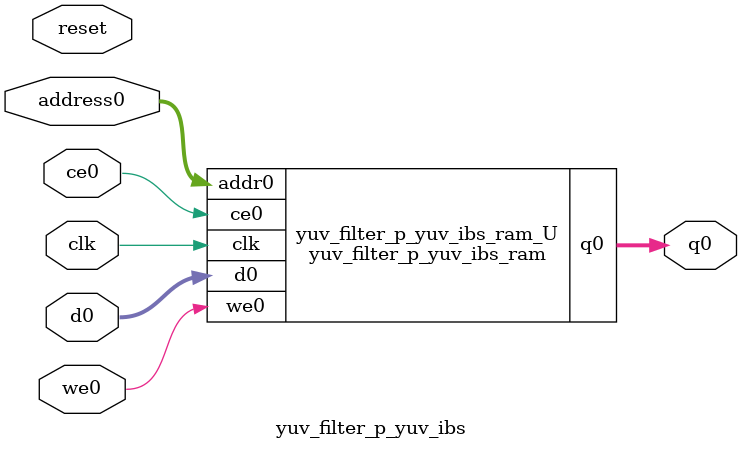
<source format=v>

`timescale 1 ns / 1 ps
module yuv_filter_p_yuv_ibs_ram (addr0, ce0, d0, we0, q0,  clk);

parameter DWIDTH = 8;
parameter AWIDTH = 22;
parameter MEM_SIZE = 2457600;

input[AWIDTH-1:0] addr0;
input ce0;
input[DWIDTH-1:0] d0;
input we0;
output wire[DWIDTH-1:0] q0;
input clk;

(* ram_style = "block" *)reg [DWIDTH-1:0] ram[0:MEM_SIZE-1];
wire [AWIDTH-1:0] addr0_t0; 
(* EQUIVALENT_REGISTER_REMOVAL="NO" *)reg [AWIDTH-1:0] addr0_t1; 
wire [DWIDTH-1:0] d0_t0; 
wire we0_t0; 
(* EQUIVALENT_REGISTER_REMOVAL="NO" *)reg [DWIDTH-1:0] d0_t1; 
(* EQUIVALENT_REGISTER_REMOVAL="NO" *)reg we0_t1; 
reg [DWIDTH-1:0] q0_t0;
reg [DWIDTH-1:0] q0_t1;


assign addr0_t0 = addr0;
assign d0_t0 = d0;
assign we0_t0 = we0;
assign q0 = q0_t1;

always @(posedge clk)  
begin
    if (ce0) 
    begin
        addr0_t1 <= addr0_t0; 
        d0_t1 <= d0_t0;
        we0_t1 <= we0_t0;
        q0_t1 <= q0_t0;
    end
end


always @(posedge clk)  
begin 
    if (ce0) 
    begin
        if (we0_t1) 
        begin 
            ram[addr0_t1] <= d0_t1; 
            q0_t0 <= d0_t1;
        end 
        else 
            q0_t0 <= ram[addr0_t1];
    end
end


endmodule


`timescale 1 ns / 1 ps
module yuv_filter_p_yuv_ibs(
    reset,
    clk,
    address0,
    ce0,
    we0,
    d0,
    q0);

parameter DataWidth = 32'd8;
parameter AddressRange = 32'd2457600;
parameter AddressWidth = 32'd22;
input reset;
input clk;
input[AddressWidth - 1:0] address0;
input ce0;
input we0;
input[DataWidth - 1:0] d0;
output[DataWidth - 1:0] q0;



yuv_filter_p_yuv_ibs_ram yuv_filter_p_yuv_ibs_ram_U(
    .clk( clk ),
    .addr0( address0 ),
    .ce0( ce0 ),
    .d0( d0 ),
    .we0( we0 ),
    .q0( q0 ));

endmodule


</source>
